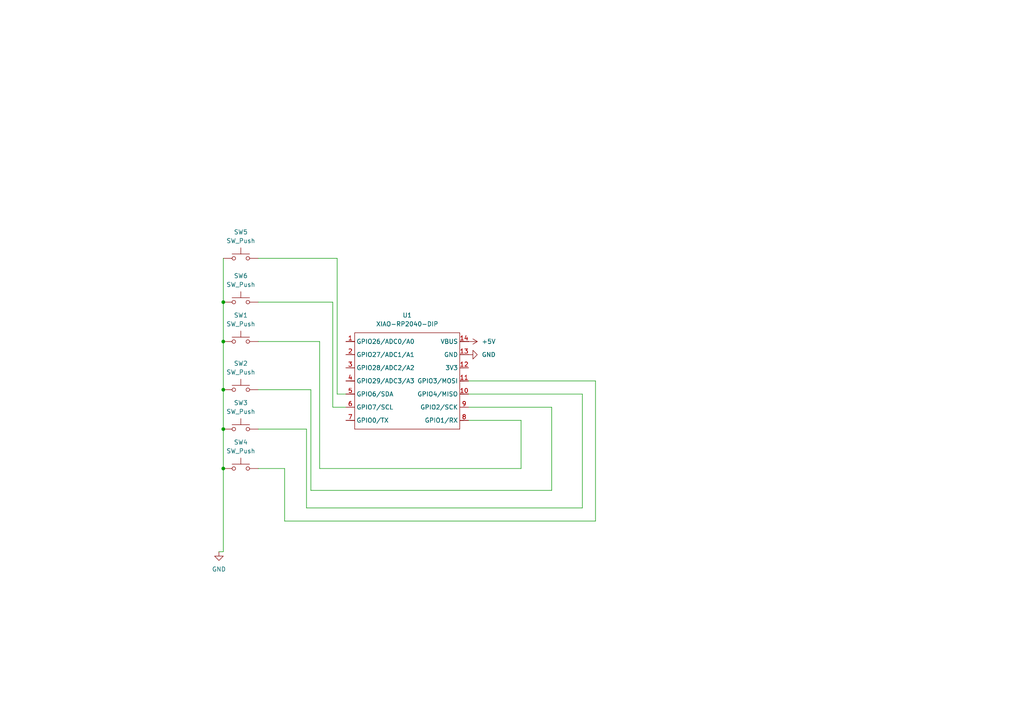
<source format=kicad_sch>
(kicad_sch (version 20250114) (generator "eeschema") (generator_version "9.0")
  (paper "A4")
  (lib_symbols
    (symbol "OPL:XIAO-RP2040-DIP"
      (property "Reference" "U" (at 0 0 0))
      (property "Value" "XIAO-RP2040-DIP" (at 5.334 -1.778 0))
      (symbol "XIAO-RP2040-DIP_1_0"
        (polyline (pts (xy -1.27 -2.54) (xy 29.21 -2.54)) (stroke (width 0.1524)))
        (polyline (pts (xy -1.27 -5.08) (xy -2.54 -5.08)) (stroke (width 0.1524)))
        (polyline (pts (xy -1.27 -5.08) (xy -1.27 -2.54)) (stroke (width 0.1524)))
        (polyline (pts (xy -1.27 -8.89) (xy -2.54 -8.89)) (stroke (width 0.1524)))
        (polyline (pts (xy -1.27 -8.89) (xy -1.27 -5.08)) (stroke (width 0.1524)))
        (polyline (pts (xy -1.27 -12.7) (xy -2.54 -12.7)) (stroke (width 0.1524)))
        (polyline (pts (xy -1.27 -12.7) (xy -1.27 -8.89)) (stroke (width 0.1524)))
        (polyline (pts (xy -1.27 -16.51) (xy -2.54 -16.51)) (stroke (width 0.1524)))
        (polyline (pts (xy -1.27 -16.51) (xy -1.27 -12.7)) (stroke (width 0.1524)))
        (polyline (pts (xy -1.27 -20.32) (xy -2.54 -20.32)) (stroke (width 0.1524)))
        (polyline (pts (xy -1.27 -24.13) (xy -2.54 -24.13)) (stroke (width 0.1524)))
        (polyline (pts (xy -1.27 -27.94) (xy -2.54 -27.94)) (stroke (width 0.1524)))
        (polyline (pts (xy -1.27 -30.48) (xy -1.27 -16.51)) (stroke (width 0.1524)))
        (polyline (pts (xy 29.21 -2.54) (xy 29.21 -5.08)) (stroke (width 0.1524)))
        (polyline (pts (xy 29.21 -5.08) (xy 29.21 -8.89)) (stroke (width 0.1524)))
        (polyline (pts (xy 29.21 -8.89) (xy 29.21 -12.7)) (stroke (width 0.1524)))
        (polyline (pts (xy 29.21 -12.7) (xy 29.21 -30.48)) (stroke (width 0.1524)))
        (polyline (pts (xy 29.21 -30.48) (xy -1.27 -30.48)) (stroke (width 0.1524)))
        (polyline (pts (xy 30.48 -5.08) (xy 29.21 -5.08)) (stroke (width 0.1524)))
        (polyline (pts (xy 30.48 -8.89) (xy 29.21 -8.89)) (stroke (width 0.1524)))
        (polyline (pts (xy 30.48 -12.7) (xy 29.21 -12.7)) (stroke (width 0.1524)))
        (polyline (pts (xy 30.48 -16.51) (xy 29.21 -16.51)) (stroke (width 0.1524)))
        (polyline (pts (xy 30.48 -20.32) (xy 29.21 -20.32)) (stroke (width 0.1524)))
        (polyline (pts (xy 30.48 -24.13) (xy 29.21 -24.13)) (stroke (width 0.1524)))
        (polyline (pts (xy 30.48 -27.94) (xy 29.21 -27.94)) (stroke (width 0.1524)))
        (pin passive line (at -3.81 -5.08 0) (length 2.54) (name "GPIO26/ADC0/A0") (number "1"))
        (pin passive line (at -3.81 -8.89 0) (length 2.54) (name "GPIO27/ADC1/A1") (number "2"))
        (pin passive line (at -3.81 -12.7 0) (length 2.54) (name "GPIO28/ADC2/A2") (number "3"))
        (pin passive line (at -3.81 -16.51 0) (length 2.54) (name "GPIO29/ADC3/A3") (number "4"))
        (pin passive line (at -3.81 -20.32 0) (length 2.54) (name "GPIO6/SDA") (number "5"))
        (pin passive line (at -3.81 -24.13 0) (length 2.54) (name "GPIO7/SCL") (number "6"))
        (pin passive line (at -3.81 -27.94 0) (length 2.54) (name "GPIO0/TX") (number "7"))
        (pin passive line (at 31.75 -5.08 180) (length 2.54) (name "VBUS") (number "14"))
        (pin passive line (at 31.75 -8.89 180) (length 2.54) (name "GND") (number "13"))
        (pin passive line (at 31.75 -12.7 180) (length 2.54) (name "3V3") (number "12"))
        (pin passive line (at 31.75 -16.51 180) (length 2.54) (name "GPIO3/MOSI") (number "11"))
        (pin passive line (at 31.75 -20.32 180) (length 2.54) (name "GPIO4/MISO") (number "10"))
        (pin passive line (at 31.75 -24.13 180) (length 2.54) (name "GPIO2/SCK") (number "9"))
        (pin passive line (at 31.75 -27.94 180) (length 2.54) (name "GPIO1/RX") (number "8"))
      )
    )
    (symbol "Switch:SW_Push" (pin_numbers (hide yes)) (pin_names (offset 1.016) (hide yes))
      (property "Reference" "SW" (at 1.27 2.54 0))
      (property "Value" "SW_Push" (at 0 -1.524 0))
      (symbol "SW_Push_0_1"
        (circle (center -2.032 0) (radius 0.508))
        (polyline (pts (xy 0 1.27) (xy 0 3.048)))
        (circle (center 2.032 0) (radius 0.508))
        (polyline (pts (xy 2.54 1.27) (xy -2.54 1.27)))
        (pin passive line (at -5.08 0 0) (length 2.54) (name "1") (number "1"))
        (pin passive line (at 5.08 0 180) (length 2.54) (name "2") (number "2"))
      )
    )
    (symbol "power:+5V" (power) (pin_numbers (hide yes)) (pin_names (offset 0) (hide yes))
      (property "Value" "+5V" (at 0 3.556 0))
      (symbol "+5V_0_1"
        (polyline (pts (xy -0.762 1.27) (xy 0 2.54)))
        (polyline (pts (xy 0 2.54) (xy 0.762 1.27)))
        (polyline (pts (xy 0 0) (xy 0 2.54)))
      )
      (symbol "+5V_1_1"
        (pin power_in line (at 0 0 90) (length 0) (name "~") (number "1"))
      )
    )
    (symbol "power:GND" (power) (pin_numbers (hide yes)) (pin_names (offset 0) (hide yes))
      (property "Value" "GND" (at 0 -3.81 0))
      (symbol "GND_0_1"
        (polyline (pts (xy 0 0) (xy 0 -1.27) (xy 1.27 -1.27) (xy 0 -2.54) (xy -1.27 -1.27) (xy 0 -1.27)))
      )
      (symbol "GND_1_1"
        (pin power_in line (at 0 0 270) (length 0) (name "~") (number "1"))
      )
    )
  )
  (junction (at 64.77 99.06))
  (junction (at 64.77 87.63))
  (junction (at 64.77 113.03))
  (junction (at 64.77 135.89))
  (junction (at 64.77 124.46))
  (wire (pts (xy 64.77 74.93) (xy 64.77 87.63)))
  (wire (pts (xy 151.13 135.89) (xy 92.71 135.89)))
  (wire (pts (xy 160.02 118.11) (xy 160.02 142.24)))
  (wire (pts (xy 168.91 114.3) (xy 168.91 147.32)))
  (wire (pts (xy 97.79 74.93) (xy 97.79 114.3)))
  (wire (pts (xy 64.77 113.03) (xy 64.77 124.46)))
  (wire (pts (xy 96.52 87.63) (xy 96.52 118.11)))
  (wire (pts (xy 88.9 147.32) (xy 88.9 124.46)))
  (wire (pts (xy 92.71 99.06) (xy 74.93 99.06)))
  (wire (pts (xy 74.93 74.93) (xy 97.79 74.93)))
  (wire (pts (xy 74.93 124.46) (xy 88.9 124.46)))
  (wire (pts (xy 92.71 135.89) (xy 92.71 99.06)))
  (wire (pts (xy 74.93 87.63) (xy 96.52 87.63)))
  (wire (pts (xy 64.77 87.63) (xy 64.77 99.06)))
  (wire (pts (xy 97.79 114.3) (xy 100.33 114.3)))
  (wire (pts (xy 135.89 114.3) (xy 168.91 114.3)))
  (wire (pts (xy 64.77 99.06) (xy 64.77 113.03)))
  (wire (pts (xy 160.02 142.24) (xy 90.17 142.24)))
  (wire (pts (xy 151.13 121.92) (xy 151.13 135.89)))
  (wire (pts (xy 172.72 110.49) (xy 172.72 151.13)))
  (wire (pts (xy 135.89 121.92) (xy 151.13 121.92)))
  (wire (pts (xy 168.91 147.32) (xy 88.9 147.32)))
  (wire (pts (xy 90.17 142.24) (xy 90.17 113.03)))
  (wire (pts (xy 135.89 118.11) (xy 160.02 118.11)))
  (wire (pts (xy 82.55 151.13) (xy 82.55 135.89)))
  (wire (pts (xy 64.77 135.89) (xy 64.77 160.02)))
  (wire (pts (xy 96.52 118.11) (xy 100.33 118.11)))
  (wire (pts (xy 64.77 124.46) (xy 64.77 135.89)))
  (wire (pts (xy 64.77 160.02) (xy 63.5 160.02)))
  (wire (pts (xy 172.72 151.13) (xy 82.55 151.13)))
  (wire (pts (xy 90.17 113.03) (xy 74.93 113.03)))
  (wire (pts (xy 82.55 135.89) (xy 74.93 135.89)))
  (wire (pts (xy 135.89 110.49) (xy 172.72 110.49)))
  (symbol (lib_id "Switch:SW_Push") (at 69.85 113.03 0) (unit 1)
    (property "Reference" "SW2" (at 69.85 105.41 0))
    (property "Value" "SW_Push" (at 69.85 107.95 0))
    (property "Footprint" "Button_Switch_Keyboard:SW_Cherry_MX_1.00u_PCB" (effects (hide yes)))
    (property "Description" "Push button switch, generic, two pins" (effects (hide yes)))
  )
  (symbol (lib_id "power:GND") (at 63.5 160.02 0) (unit 1)
    (property "Reference" "#PWR02" (effects (hide yes)))
    (property "Value" "GND" (at 63.5 165.1 0))
    (property "Description" "Power symbol creates a global label with name \"GND\" , ground" (effects (hide yes)))
  )
  (symbol (lib_id "Switch:SW_Push") (at 69.85 135.89 0) (unit 1)
    (property "Reference" "SW4" (at 69.85 128.27 0))
    (property "Value" "SW_Push" (at 69.85 130.81 0))
    (property "Footprint" "Button_Switch_Keyboard:SW_Cherry_MX_1.00u_PCB" (effects (hide yes)))
    (property "Description" "Push button switch, generic, two pins" (effects (hide yes)))
  )
  (symbol (lib_id "Switch:SW_Push") (at 69.85 74.93 0) (unit 1)
    (property "Reference" "SW5" (at 69.85 67.31 0))
    (property "Value" "SW_Push" (at 69.85 69.85 0))
    (property "Footprint" "Button_Switch_Keyboard:SW_Cherry_MX_1.00u_PCB" (effects (hide yes)))
    (property "Description" "Push button switch, generic, two pins" (effects (hide yes)))
  )
  (symbol (lib_id "OPL:XIAO-RP2040-DIP") (at 104.14 93.98 0) (unit 1)
    (property "Reference" "U1" (at 118.11 91.44 0))
    (property "Value" "XIAO-RP2040-DIP" (at 118.11 93.98 0))
    (property "Footprint" "OPL:XIAO-RP2040-DIP" (effects (hide yes)))
  )
  (symbol (lib_id "power:GND") (at 135.89 102.87 90) (unit 1)
    (property "Reference" "#PWR03" (effects (hide yes)))
    (property "Value" "GND" (at 139.7 102.8699 90) (effects (justify right)))
    (property "Description" "Power symbol creates a global label with name \"GND\" , ground" (effects (hide yes)))
  )
  (symbol (lib_id "Switch:SW_Push") (at 69.85 124.46 0) (unit 1)
    (property "Reference" "SW3" (at 69.85 116.84 0))
    (property "Value" "SW_Push" (at 69.85 119.38 0))
    (property "Footprint" "Button_Switch_Keyboard:SW_Cherry_MX_1.00u_PCB" (effects (hide yes)))
    (property "Description" "Push button switch, generic, two pins" (effects (hide yes)))
  )
  (symbol (lib_id "Switch:SW_Push") (at 69.85 99.06 0) (unit 1)
    (property "Reference" "SW1" (at 69.85 91.44 0))
    (property "Value" "SW_Push" (at 69.85 93.98 0))
    (property "Footprint" "Button_Switch_Keyboard:SW_Cherry_MX_1.00u_PCB" (effects (hide yes)))
    (property "Description" "Push button switch, generic, two pins" (effects (hide yes)))
  )
  (symbol (lib_id "Switch:SW_Push") (at 69.85 87.63 0) (unit 1)
    (property "Reference" "SW6" (at 69.85 80.01 0))
    (property "Value" "SW_Push" (at 69.85 82.55 0))
    (property "Footprint" "Button_Switch_Keyboard:SW_Cherry_MX_1.00u_PCB" (effects (hide yes)))
    (property "Description" "Push button switch, generic, two pins" (effects (hide yes)))
  )
  (symbol (lib_id "power:+5V") (at 135.89 99.06 270) (unit 1)
    (property "Reference" "#PWR05" (effects (hide yes)))
    (property "Value" "+5V" (at 139.7 99.0599 90) (effects (justify left)))
    (property "Description" "Power symbol creates a global label with name \"+5V\"" (effects (hide yes)))
  )
)
</source>
